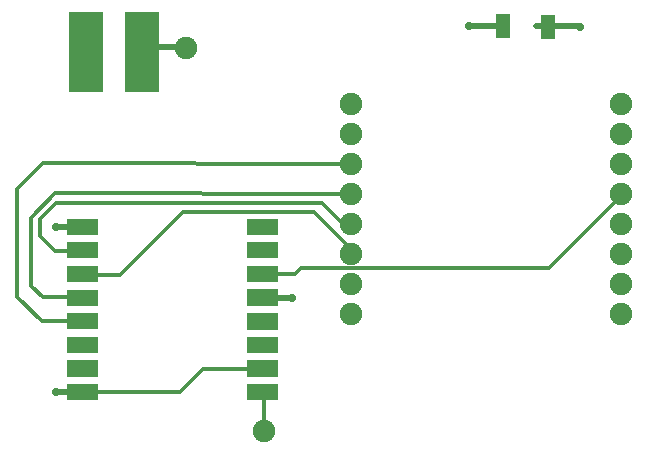
<source format=gbr>
%FSLAX34Y34*%
%MOMM*%
%LNCOPPER_TOP*%
G71*
G01*
%ADD10R,2.900X6.900*%
%ADD11C,0.700*%
%ADD12C,0.500*%
%ADD13R,1.300X2.000*%
%ADD14C,1.900*%
%ADD15R,2.600X1.400*%
%ADD16C,0.300*%
%LPD*%
X153988Y346869D02*
G54D10*
D03*
X201216Y346869D02*
G54D10*
D03*
X572294Y367903D02*
G54D11*
D03*
X477838Y368697D02*
G54D11*
D03*
G54D12*
X477838Y368697D02*
X506810Y368697D01*
X507207Y368300D01*
G54D12*
X535207Y368300D02*
X571897Y368300D01*
X572294Y367903D01*
X544807Y368200D02*
G54D13*
D03*
X507207Y368300D02*
G54D13*
D03*
G54D12*
X238522Y350837D02*
X210344Y350837D01*
X238522Y350441D02*
G54D14*
D03*
G36*
X303817Y191922D02*
X290317Y191922D01*
X290317Y205422D01*
X303817Y205422D01*
X303817Y191922D01*
G37*
G36*
X303817Y171922D02*
X290317Y171922D01*
X290317Y185422D01*
X303817Y185422D01*
X303817Y171922D01*
G37*
G36*
X303817Y151922D02*
X290317Y151922D01*
X290317Y165422D01*
X303817Y165422D01*
X303817Y151922D01*
G37*
G36*
X303817Y131922D02*
X290317Y131922D01*
X290317Y145422D01*
X303817Y145422D01*
X303817Y131922D01*
G37*
G36*
X303817Y111922D02*
X290317Y111922D01*
X290317Y125422D01*
X303817Y125422D01*
X303817Y111922D01*
G37*
G36*
X303817Y91922D02*
X290317Y91922D01*
X290317Y105422D01*
X303817Y105422D01*
X303817Y91922D01*
G37*
G36*
X303817Y71922D02*
X290317Y71922D01*
X290317Y85422D01*
X303817Y85422D01*
X303817Y71922D01*
G37*
G36*
X303817Y51922D02*
X290317Y51922D01*
X290317Y65422D01*
X303817Y65422D01*
X303817Y51922D01*
G37*
G36*
X164077Y191672D02*
X150077Y191672D01*
X150077Y205672D01*
X164077Y205672D01*
X164077Y191672D01*
G37*
G36*
X163827Y171922D02*
X150327Y171922D01*
X150327Y185422D01*
X163827Y185422D01*
X163827Y171922D01*
G37*
G36*
X163827Y151922D02*
X150327Y151922D01*
X150327Y165422D01*
X163827Y165422D01*
X163827Y151922D01*
G37*
G36*
X163827Y131922D02*
X150327Y131922D01*
X150327Y145422D01*
X163827Y145422D01*
X163827Y131922D01*
G37*
G36*
X163827Y111922D02*
X150327Y111922D01*
X150327Y125422D01*
X163827Y125422D01*
X163827Y111922D01*
G37*
G36*
X163827Y91922D02*
X150327Y91922D01*
X150327Y105422D01*
X163827Y105422D01*
X163827Y91922D01*
G37*
G36*
X163827Y71922D02*
X150327Y71922D01*
X150327Y85422D01*
X163827Y85422D01*
X163827Y71922D01*
G37*
G36*
X163827Y51922D02*
X150327Y51922D01*
X150327Y65422D01*
X163827Y65422D01*
X163827Y51922D01*
G37*
X150727Y178672D02*
G54D15*
D03*
X150727Y198672D02*
G54D15*
D03*
G36*
X137727Y165672D02*
X163727Y165672D01*
X163727Y151672D01*
X137727Y151672D01*
X137727Y165672D01*
G37*
X150727Y138672D02*
G54D15*
D03*
X150727Y118672D02*
G54D15*
D03*
X150727Y98672D02*
G54D15*
D03*
G36*
X137727Y85672D02*
X163727Y85672D01*
X163727Y71672D01*
X137727Y71672D01*
X137727Y85672D01*
G37*
X150727Y58672D02*
G54D15*
D03*
X303417Y198672D02*
G54D15*
D03*
X303417Y178672D02*
G54D15*
D03*
X303417Y158672D02*
G54D15*
D03*
G36*
X290417Y145672D02*
X316417Y145672D01*
X316417Y131672D01*
X290417Y131672D01*
X290417Y145672D01*
G37*
G36*
X290417Y125672D02*
X316417Y125672D01*
X316417Y111672D01*
X290417Y111672D01*
X290417Y125672D01*
G37*
X303417Y98672D02*
G54D15*
D03*
G36*
X290417Y85672D02*
X316417Y85672D01*
X316417Y71672D01*
X290417Y71672D01*
X290417Y85672D01*
G37*
X303417Y58672D02*
G54D15*
D03*
X378619Y302816D02*
G54D14*
D03*
X378619Y277416D02*
G54D14*
D03*
X378619Y252016D02*
G54D14*
D03*
X378619Y226616D02*
G54D14*
D03*
X378619Y201216D02*
G54D14*
D03*
X378619Y175816D02*
G54D14*
D03*
X378619Y150416D02*
G54D14*
D03*
X378619Y125016D02*
G54D14*
D03*
X607219Y302816D02*
G54D14*
D03*
X607219Y277416D02*
G54D14*
D03*
X607219Y252016D02*
G54D14*
D03*
X607219Y226616D02*
G54D14*
D03*
X607219Y201216D02*
G54D14*
D03*
X607219Y175816D02*
G54D14*
D03*
X607219Y150416D02*
G54D14*
D03*
X607219Y125016D02*
G54D14*
D03*
G54D16*
X378619Y252016D02*
X117078Y252413D01*
X95647Y230981D01*
X95647Y139303D01*
X116284Y118666D01*
X150727Y118672D01*
G54D16*
X378619Y226616D02*
X127794Y227013D01*
X107156Y206375D01*
X107156Y148828D01*
X117078Y138906D01*
X150492Y138906D01*
X150727Y138672D01*
G54D16*
X378619Y201216D02*
X371475Y201216D01*
X354012Y218678D01*
X128588Y218678D01*
X115094Y205184D01*
X115094Y190500D01*
X127794Y177800D01*
X149855Y177800D01*
X150727Y178672D01*
G54D16*
X378619Y175816D02*
X378619Y179784D01*
X346869Y211534D01*
X236141Y211534D01*
X182562Y157956D01*
X157792Y157956D01*
X157077Y158672D01*
X304403Y25797D02*
G54D14*
D03*
G54D16*
X304403Y25797D02*
X304403Y57686D01*
X303417Y58672D01*
X328216Y138509D02*
G54D11*
D03*
G54D12*
X328216Y138509D02*
X303579Y138509D01*
X303417Y138672D01*
G54D16*
X607219Y226616D02*
X607219Y225028D01*
X545703Y163513D01*
X335756Y163513D01*
X330597Y158353D01*
X303736Y158353D01*
X303417Y158672D01*
G54D16*
X303417Y78672D02*
X253297Y78672D01*
X233759Y59134D01*
X151189Y59134D01*
X150727Y58672D01*
X128899Y198672D02*
G54D11*
D03*
X128899Y58672D02*
G54D11*
D03*
G54D12*
X128899Y198672D02*
X150727Y198672D01*
G54D12*
X128899Y58672D02*
X150727Y58672D01*
M02*

</source>
